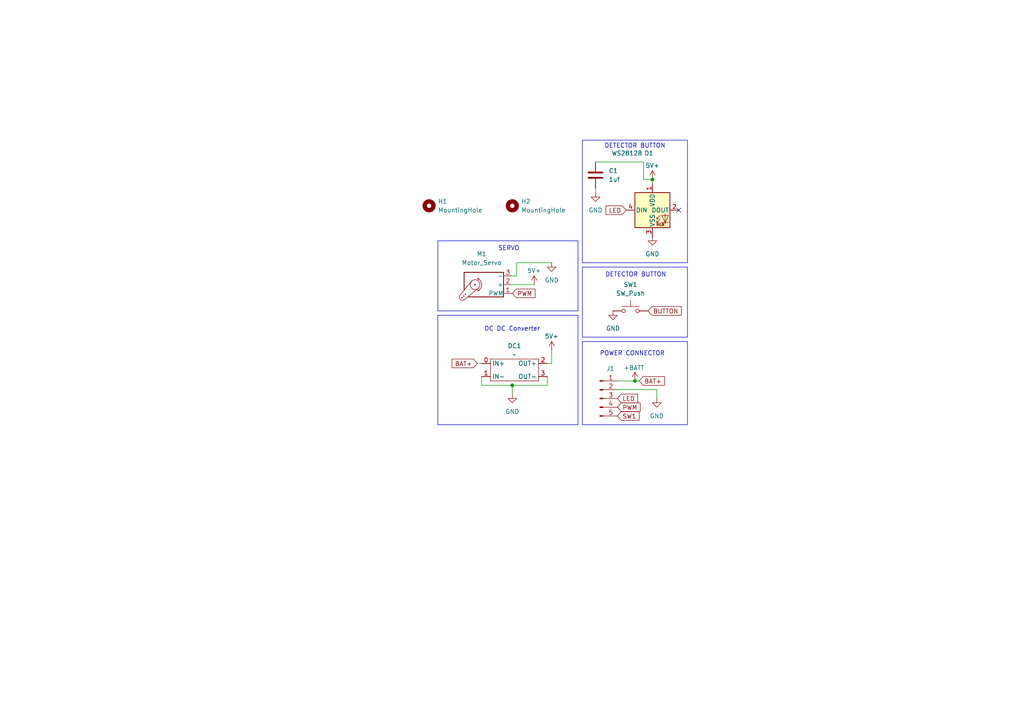
<source format=kicad_sch>
(kicad_sch (version 20231120) (generator "eeschema") (generator_version "8.0")
  (paper "A4")
  (lib_symbols
    (symbol "Connector:Conn_01x05_Pin" (pin_names (offset 1.016) hide)
      (property "Reference" "J" (at 0 7.62 0))
      (property "Value" "Conn_01x05_Pin" (at 0 -7.62 0))
      (symbol "Conn_01x05_Pin_1_1"
        (polyline (pts (xy 1.27 -5.08) (xy 0.8636 -5.08)) (stroke (width 0.1524)))
        (polyline (pts (xy 1.27 -2.54) (xy 0.8636 -2.54)) (stroke (width 0.1524)))
        (polyline (pts (xy 1.27 0) (xy 0.8636 0)) (stroke (width 0.1524)))
        (polyline (pts (xy 1.27 2.54) (xy 0.8636 2.54)) (stroke (width 0.1524)))
        (polyline (pts (xy 1.27 5.08) (xy 0.8636 5.08)) (stroke (width 0.1524)))
        (rectangle (start 0.8636 -4.953) (end 0 -5.207) (stroke (width 0.1524)) (fill (type outline)))
        (rectangle (start 0.8636 -2.413) (end 0 -2.667) (stroke (width 0.1524)) (fill (type outline)))
        (rectangle (start 0.8636 0.127) (end 0 -0.127) (stroke (width 0.1524)) (fill (type outline)))
        (rectangle (start 0.8636 2.667) (end 0 2.413) (stroke (width 0.1524)) (fill (type outline)))
        (rectangle (start 0.8636 5.207) (end 0 4.953) (stroke (width 0.1524)) (fill (type outline)))
        (pin passive line (at 5.08 5.08 180) (length 3.81) (name "Pin_1") (number "1"))
        (pin passive line (at 5.08 2.54 180) (length 3.81) (name "Pin_2") (number "2"))
        (pin passive line (at 5.08 0 180) (length 3.81) (name "Pin_3") (number "3"))
        (pin passive line (at 5.08 -2.54 180) (length 3.81) (name "Pin_4") (number "4"))
        (pin passive line (at 5.08 -5.08 180) (length 3.81) (name "Pin_5") (number "5"))
      )
    )
    (symbol "Device:C" (pin_numbers hide) (pin_names (offset 0.254))
      (property "Reference" "C" (at 0.635 2.54 0))
      (property "Value" "C" (at 0.635 -2.54 0))
      (symbol "C_0_1"
        (polyline (pts (xy -2.032 -0.762) (xy 2.032 -0.762)) (stroke (width 0.508)))
        (polyline (pts (xy -2.032 0.762) (xy 2.032 0.762)) (stroke (width 0.508)))
      )
      (symbol "C_1_1"
        (pin passive line (at 0 3.81 270) (length 2.794) (name "~") (number "1"))
        (pin passive line (at 0 -3.81 90) (length 2.794) (name "~") (number "2"))
      )
    )
    (symbol "LED:WS2812B" (pin_names (offset 0.254))
      (property "Reference" "D" (at 5.08 5.715 0))
      (property "Value" "WS2812B" (at 1.27 -5.715 0))
      (symbol "WS2812B_0_0"
        (text "RGB" (at 2.286 -4.191 0) (effects (font (size 0.762 0.762))))
      )
      (symbol "WS2812B_0_1"
        (polyline (pts (xy 1.27 -3.556) (xy 1.778 -3.556)))
        (polyline (pts (xy 1.27 -2.54) (xy 1.778 -2.54)))
        (polyline (pts (xy 4.699 -3.556) (xy 2.667 -3.556)))
        (polyline (pts (xy 2.286 -2.54) (xy 1.27 -3.556) (xy 1.27 -3.048)))
        (polyline (pts (xy 2.286 -1.524) (xy 1.27 -2.54) (xy 1.27 -2.032)))
        (polyline (pts (xy 3.683 -1.016) (xy 3.683 -3.556) (xy 3.683 -4.064)))
        (polyline (pts (xy 4.699 -1.524) (xy 2.667 -1.524) (xy 3.683 -3.556) (xy 4.699 -1.524)))
        (rectangle (start 5.08 5.08) (end -5.08 -5.08) (stroke (width 0.254)) (fill (type background)))
      )
      (symbol "WS2812B_1_1"
        (pin power_in line (at 0 7.62 270) (length 2.54) (name "VDD") (number "1"))
        (pin output line (at 7.62 0 180) (length 2.54) (name "DOUT") (number "2"))
        (pin power_in line (at 0 -7.62 90) (length 2.54) (name "VSS") (number "3"))
        (pin input line (at -7.62 0 0) (length 2.54) (name "DIN") (number "4"))
      )
    )
    (symbol "LM2596_module:LM2596_DC_DC"
      (property "Reference" "DC" (at 6.096 -0.254 0))
      (symbol "LM2596_DC_DC_0_1"
        (rectangle (start 0 -7.62) (end 0 -1.27))
        (rectangle (start 0 -1.27) (end 13.97 -1.27))
        (rectangle (start 13.97 -7.62) (end 0 -7.62))
        (rectangle (start 13.97 -7.62) (end 13.97 -1.27))
      )
      (symbol "LM2596_DC_DC_1_1"
        (pin input line (at -2.54 -2.54 0) (length 2.54) (name "IN+") (number "0"))
        (pin input line (at -2.54 -6.35 0) (length 2.54) (name "IN-") (number "1"))
        (pin output line (at 16.51 -2.54 180) (length 2.54) (name "OUT+") (number "2"))
        (pin input line (at 16.51 -6.35 180) (length 2.54) (name "OUT-") (number "3"))
      )
    )
    (symbol "Mechanical:MountingHole" (pin_names (offset 1.016)) (exclude_from_sim yes) (in_bom no)
      (property "Reference" "H" (at 0 5.08 0))
      (property "Value" "MountingHole" (at 0 3.175 0))
      (symbol "MountingHole_0_1"
        (circle (center 0 0) (radius 1.27) (stroke (width 1.27)))
      )
    )
    (symbol "Motor:Motor_Servo" (pin_names (offset 0.0254))
      (property "Reference" "M" (at -5.08 4.445 0))
      (property "Value" "Motor_Servo" (at -5.08 -4.064 0))
      (symbol "Motor_Servo_0_1"
        (polyline (pts (xy 2.413 -1.778) (xy 2.032 -1.778)))
        (polyline (pts (xy 2.413 -1.778) (xy 2.286 -1.397)))
        (polyline (pts (xy 2.413 1.778) (xy 1.905 1.778)))
        (polyline (pts (xy 2.413 1.778) (xy 2.286 1.397)))
        (polyline (pts (xy 6.35 4.445) (xy 2.54 1.27)))
        (polyline (pts (xy 7.62 3.175) (xy 4.191 -1.016)))
        (polyline (pts (xy 5.08 3.556) (xy -5.08 3.556) (xy -5.08 -3.556) (xy 6.35 -3.556) (xy 6.35 1.524)) (stroke (width 0.254)))
        (arc (start 2.413 1.778) (mid 1.2406 0) (end 2.413 -1.778))
        (circle (center 3.175 0) (radius 0.1778))
        (circle (center 3.175 0) (radius 1.4224))
        (circle (center 5.969 2.794) (radius 0.127))
        (circle (center 6.477 3.302) (radius 0.127))
        (circle (center 6.985 3.81) (radius 0.127))
        (arc (start 7.62 3.175) (mid 7.4485 4.2735) (end 6.35 4.445))
      )
      (symbol "Motor_Servo_1_1"
        (pin passive line (at -7.62 2.54 0) (length 2.54) (name "PWM") (number "1"))
        (pin passive line (at -7.62 0 0) (length 2.54) (name "+") (number "2"))
        (pin passive line (at -7.62 -2.54 0) (length 2.54) (name "-") (number "3"))
      )
    )
    (symbol "Switch:SW_Push" (pin_numbers hide) (pin_names (offset 1.016) hide)
      (property "Reference" "SW" (at 1.27 2.54 0))
      (property "Value" "SW_Push" (at 0 -1.524 0))
      (symbol "SW_Push_0_1"
        (circle (center -2.032 0) (radius 0.508))
        (polyline (pts (xy 0 1.27) (xy 0 3.048)))
        (polyline (pts (xy 2.54 1.27) (xy -2.54 1.27)))
        (circle (center 2.032 0) (radius 0.508))
        (pin passive line (at -5.08 0 0) (length 2.54) (name "1") (number "1"))
        (pin passive line (at 5.08 0 180) (length 2.54) (name "2") (number "2"))
      )
    )
    (symbol "power:+BATT" (power) (pin_numbers hide) (pin_names (offset 0) hide)
      (property "Value" "+BATT" (at 0 3.556 0))
      (symbol "+BATT_0_1"
        (polyline (pts (xy -0.762 1.27) (xy 0 2.54)))
        (polyline (pts (xy 0 0) (xy 0 2.54)))
        (polyline (pts (xy 0 2.54) (xy 0.762 1.27)))
      )
      (symbol "+BATT_1_1"
        (pin power_in line (at 0 0 90) (length 0) (name "~") (number "1"))
      )
    )
    (symbol "power:GND" (power) (pin_numbers hide) (pin_names (offset 0) hide)
      (property "Value" "GND" (at 0 -3.81 0))
      (symbol "GND_0_1"
        (polyline (pts (xy 0 0) (xy 0 -1.27) (xy 1.27 -1.27) (xy 0 -2.54) (xy -1.27 -1.27) (xy 0 -1.27)))
      )
      (symbol "GND_1_1"
        (pin power_in line (at 0 0 270) (length 0) (name "~") (number "1"))
      )
    )
    (symbol "power:VBUS" (power) (pin_numbers hide) (pin_names (offset 0) hide)
      (property "Value" "VBUS" (at 0 3.556 0))
      (symbol "VBUS_0_1"
        (polyline (pts (xy -0.762 1.27) (xy 0 2.54)))
        (polyline (pts (xy 0 0) (xy 0 2.54)))
        (polyline (pts (xy 0 2.54) (xy 0.762 1.27)))
      )
      (symbol "VBUS_1_1"
        (pin power_in line (at 0 0 90) (length 0) (name "~") (number "1"))
      )
    )
  )
  (junction (at 184.15 110.49))
  (junction (at 148.59 111.76))
  (junction (at 189.23 52.07))
  (no_connect (at 196.85 60.96))
  (wire (pts (xy 158.75 111.76) (xy 148.59 111.76)))
  (wire (pts (xy 158.75 109.22) (xy 158.75 111.76)))
  (wire (pts (xy 149.86 80.01) (xy 148.59 80.01)))
  (wire (pts (xy 186.69 46.99) (xy 172.72 46.99)))
  (wire (pts (xy 189.23 52.07) (xy 189.23 53.34)))
  (wire (pts (xy 160.02 105.41) (xy 160.02 101.6)))
  (wire (pts (xy 172.72 54.61) (xy 172.72 55.88)))
  (wire (pts (xy 149.86 76.2) (xy 160.02 76.2)))
  (wire (pts (xy 184.15 110.49) (xy 185.42 110.49)))
  (wire (pts (xy 148.59 114.3) (xy 148.59 111.76)))
  (wire (pts (xy 179.07 110.49) (xy 184.15 110.49)))
  (wire (pts (xy 139.7 111.76) (xy 148.59 111.76)))
  (wire (pts (xy 190.5 113.03) (xy 190.5 115.57)))
  (wire (pts (xy 148.59 82.55) (xy 154.94 82.55)))
  (wire (pts (xy 190.5 113.03) (xy 179.07 113.03)))
  (wire (pts (xy 186.69 52.07) (xy 186.69 46.99)))
  (wire (pts (xy 139.7 109.22) (xy 139.7 111.76)))
  (wire (pts (xy 160.02 105.41) (xy 158.75 105.41)))
  (wire (pts (xy 149.86 76.2) (xy 149.86 80.01)))
  (wire (pts (xy 189.23 52.07) (xy 186.69 52.07)))
  (wire (pts (xy 138.43 105.41) (xy 139.7 105.41)))
  (rectangle (start 127 91.44) (end 167.64 123.19))
  (rectangle (start 168.91 99.06) (end 199.39 123.19))
  (rectangle (start 168.91 40.64) (end 199.39 76.2))
  (rectangle (start 168.91 77.47) (end 199.39 97.79))
  (rectangle (start 127 69.85) (end 167.64 90.17))
  (text "DETECTOR BUTTON\n\n" (at 184.15 43.434 0) (effects (font (size 1.27 1.27))))
  (text "SERVO\n" (at 147.574 72.136 0) (effects (font (size 1.27 1.27))))
  (text "DETECTOR BUTTON\n\n" (at 184.404 80.772 0) (effects (font (size 1.27 1.27))))
  (text "DC DC Converter\n\n" (at 148.59 96.52 0) (effects (font (size 1.27 1.27))))
  (text "POWER CONNECTOR\n" (at 183.388 102.616 0) (effects (font (size 1.27 1.27))))
  (global_label "LED" (shape input) (at 179.07 115.57 0) (property "Intersheetrefs" "${INTERSHEET_REFS}" (effects (hide yes))))
  (global_label "PWM" (shape input) (at 179.07 118.11 0) (property "Intersheetrefs" "${INTERSHEET_REFS}" (effects (hide yes))))
  (global_label "BAT+" (shape input) (at 138.43 105.41 180) (property "Intersheetrefs" "${INTERSHEET_REFS}" (effects (hide yes))))
  (global_label "SW1" (shape input) (at 179.07 120.65 0) (property "Intersheetrefs" "${INTERSHEET_REFS}" (effects (hide yes))))
  (global_label "LED" (shape input) (at 181.61 60.96 180) (property "Intersheetrefs" "${INTERSHEET_REFS}" (effects (hide yes))))
  (global_label "PWM" (shape input) (at 148.59 85.09 0) (property "Intersheetrefs" "${INTERSHEET_REFS}" (effects (hide yes))))
  (global_label "BAT+" (shape input) (at 185.42 110.49 0) (property "Intersheetrefs" "${INTERSHEET_REFS}" (effects (hide yes))))
  (global_label "BUTTON" (shape input) (at 187.96 90.17 0) (property "Intersheetrefs" "${INTERSHEET_REFS}" (effects (hide yes))))
  (symbol (lib_id "Device:C") (at 172.72 50.8 0) (unit 1)
    (property "Reference" "C1" (at 176.53 49.5299 0) (effects (justify left)))
    (property "Value" "1uf" (at 176.53 52.0699 0) (effects (justify left)))
    (property "Footprint" "Capacitor_SMD:C_0805_2012Metric" (effects (hide yes)))
    (property "Description" "Unpolarized capacitor" (effects (hide yes)))
  )
  (symbol (lib_id "power:GND") (at 177.8 90.17 0) (unit 1)
    (property "Reference" "#PWR07" (effects (hide yes)))
    (property "Value" "GND" (at 177.8 95.25 0))
    (property "Description" "Power symbol creates a global label with name \"GND\" , ground" (effects (hide yes)))
  )
  (symbol (lib_id "Mechanical:MountingHole") (at 148.59 59.69 0) (unit 1) (exclude_from_sim yes) (in_bom no)
    (property "Reference" "H2" (at 151.13 58.4199 0) (effects (justify left)))
    (property "Value" "MountingHole" (at 151.13 60.9599 0) (effects (justify left)))
    (property "Footprint" "MountingHole:MountingHole_3.2mm_M3" (effects (hide yes)))
    (property "Description" "Mounting Hole without connection" (effects (hide yes)))
  )
  (symbol (lib_id "power:GND") (at 160.02 76.2 0) (unit 1)
    (property "Reference" "#PWR04" (effects (hide yes)))
    (property "Value" "GND" (at 160.02 81.28 0))
    (property "Description" "Power symbol creates a global label with name \"GND\" , ground" (effects (hide yes)))
  )
  (symbol (lib_id "power:VBUS") (at 189.23 52.07 0) (unit 1)
    (property "Reference" "#PWR08" (effects (hide yes)))
    (property "Value" "5V+" (at 189.23 48.006 0))
    (property "Description" "Power symbol creates a global label with name \"VBUS\"" (effects (hide yes)))
  )
  (symbol (lib_id "power:GND") (at 190.5 115.57 0) (unit 1)
    (property "Reference" "#PWR05" (effects (hide yes)))
    (property "Value" "GND" (at 190.5 120.65 0))
    (property "Description" "Power symbol creates a global label with name \"GND\" , ground" (effects (hide yes)))
  )
  (symbol (lib_id "power:VBUS") (at 154.94 82.55 0) (unit 1)
    (property "Reference" "#PWR06" (effects (hide yes)))
    (property "Value" "5V+" (at 154.94 78.486 0))
    (property "Description" "Power symbol creates a global label with name \"VBUS\"" (effects (hide yes)))
  )
  (symbol (lib_id "power:+BATT") (at 184.15 110.49 0) (unit 1)
    (property "Reference" "#PWR03" (effects (hide yes)))
    (property "Value" "+BATT" (at 183.896 106.68 0))
    (property "Description" "Power symbol creates a global label with name \"+BATT\"" (effects (hide yes)))
  )
  (symbol (lib_id "Motor:Motor_Servo") (at 140.97 82.55 180) (unit 1)
    (property "Reference" "M1" (at 139.7111 73.66 0))
    (property "Value" "Motor_Servo" (at 139.7111 76.2 0))
    (property "Footprint" "Connector_PinHeader_2.54mm:PinHeader_1x03_P2.54mm_Vertical" (effects (hide yes)))
    (property "Datasheet" "http://forums.parallax.com/uploads/attachments/46831/74481.png" (effects (hide yes)))
    (property "Description" "Servo Motor (Futaba, HiTec, JR connector)" (effects (hide yes)))
  )
  (symbol (lib_id "power:VBUS") (at 160.02 101.6 0) (unit 1)
    (property "Reference" "#PWR02" (effects (hide yes)))
    (property "Value" "5V+" (at 160.02 97.536 0))
    (property "Description" "Power symbol creates a global label with name \"VBUS\"" (effects (hide yes)))
  )
  (symbol (lib_id "power:GND") (at 189.23 68.58 0) (unit 1)
    (property "Reference" "#PWR09" (effects (hide yes)))
    (property "Value" "GND" (at 189.23 73.66 0))
    (property "Description" "Power symbol creates a global label with name \"GND\" , ground" (effects (hide yes)))
  )
  (symbol (lib_id "Switch:SW_Push") (at 182.88 90.17 0) (unit 1)
    (property "Reference" "SW1" (at 182.88 82.55 0))
    (property "Value" "SW_Push" (at 182.88 85.09 0))
    (property "Footprint" "Connector_PinHeader_2.54mm:PinHeader_1x02_P2.54mm_Vertical" (effects (hide yes)))
    (property "Description" "Push button switch, generic, two pins" (effects (hide yes)))
  )
  (symbol (lib_id "LM2596_module:LM2596_DC_DC") (at 142.24 102.87 0) (unit 1)
    (property "Reference" "DC1" (at 149.225 100.33 0))
    (property "Value" "~" (at 149.225 102.87 0))
    (property "Footprint" "LM2596_DCDC:LM2596_DC_DC_MODULE" (effects (hide yes)))
  )
  (symbol (lib_id "power:GND") (at 172.72 55.88 0) (unit 1)
    (property "Reference" "#PWR010" (effects (hide yes)))
    (property "Value" "GND" (at 172.72 60.96 0))
    (property "Description" "Power symbol creates a global label with name \"GND\" , ground" (effects (hide yes)))
  )
  (symbol (lib_id "LED:WS2812B") (at 189.23 60.96 0) (unit 1)
    (property "Reference" "D1" (at 188.214 44.45 0))
    (property "Value" "WS2812B" (at 181.864 44.45 0))
    (property "Footprint" "LED_SMD:LED_WS2812B_PLCC4_5.0x5.0mm_P3.2mm" (effects (hide yes)))
    (property "Datasheet" "https://cdn-shop.adafruit.com/datasheets/WS2812B.pdf" (effects (hide yes)))
    (property "Description" "RGB LED with integrated controller" (effects (hide yes)))
  )
  (symbol (lib_id "power:GND") (at 148.59 114.3 0) (unit 1)
    (property "Reference" "#PWR01" (effects (hide yes)))
    (property "Value" "GND" (at 148.59 119.38 0))
    (property "Description" "Power symbol creates a global label with name \"GND\" , ground" (effects (hide yes)))
  )
  (symbol (lib_id "Connector:Conn_01x05_Pin") (at 173.99 115.57 0) (unit 1)
    (property "Reference" "J1" (at 177.038 106.934 0))
    (property "Value" "Conn_01x05_Pin" (effects (hide yes)))
    (property "Footprint" "Connector_JST:JST_PH_B5B-PH-K_1x05_P2.00mm_Vertical" (effects (hide yes)))
    (property "Description" "Generic connector, single row, 01x05, script generated" (effects (hide yes)))
  )
  (symbol (lib_id "Mechanical:MountingHole") (at 124.46 59.69 0) (unit 1) (exclude_from_sim yes) (in_bom no)
    (property "Reference" "H1" (at 127 58.4199 0) (effects (justify left)))
    (property "Value" "MountingHole" (at 127 60.9599 0) (effects (justify left)))
    (property "Footprint" "MountingHole:MountingHole_3.2mm_M3" (effects (hide yes)))
    (property "Description" "Mounting Hole without connection" (effects (hide yes)))
  )
)
</source>
